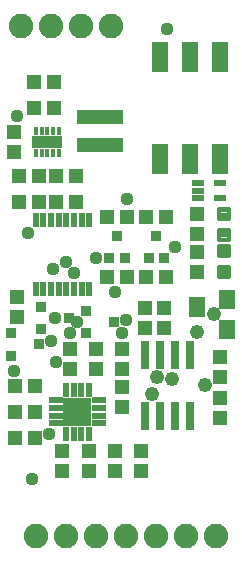
<source format=gts>
G75*
%MOIN*%
%OFA0B0*%
%FSLAX24Y24*%
%IPPOS*%
%LPD*%
%AMOC8*
5,1,8,0,0,1.08239X$1,22.5*
%
%ADD10R,0.0316X0.0946*%
%ADD11R,0.0474X0.0513*%
%ADD12R,0.0580X0.0330*%
%ADD13C,0.0820*%
%ADD14R,0.0525X0.1041*%
%ADD15R,0.0454X0.0218*%
%ADD16R,0.0218X0.0454*%
%ADD17R,0.0958X0.0958*%
%ADD18R,0.0200X0.0470*%
%ADD19R,0.0379X0.0379*%
%ADD20R,0.0395X0.0218*%
%ADD21R,0.0178X0.0277*%
%ADD22R,0.1025X0.0411*%
%ADD23R,0.1537X0.0466*%
%ADD24R,0.0513X0.0474*%
%ADD25C,0.0142*%
%ADD26R,0.0356X0.0356*%
%ADD27C,0.0437*%
%ADD28C,0.0480*%
D10*
X005350Y005251D03*
X005850Y005251D03*
X006350Y005251D03*
X006850Y005251D03*
X006850Y007299D03*
X006350Y007299D03*
X005850Y007299D03*
X005350Y007299D03*
D11*
X005350Y008190D03*
X005350Y008860D03*
X005390Y009900D03*
X005975Y008860D03*
X005975Y008190D03*
X006060Y009900D03*
X006060Y011900D03*
X005390Y011900D03*
X004739Y011900D03*
X004070Y011900D03*
X004086Y009900D03*
X004755Y009900D03*
X003060Y012400D03*
X002390Y012400D03*
X001810Y012400D03*
X001140Y012400D03*
X000975Y014065D03*
X000975Y014735D03*
X001015Y006275D03*
X001015Y005400D03*
X001015Y004525D03*
X001685Y004525D03*
X001685Y005400D03*
X001685Y006275D03*
X007850Y006565D03*
X007850Y007235D03*
X007850Y005860D03*
X007850Y005190D03*
D12*
X008100Y007990D03*
X008100Y008310D03*
X008100Y008990D03*
X008100Y009310D03*
X007100Y009060D03*
X007100Y008740D03*
D13*
X006725Y001250D03*
X005725Y001250D03*
X004725Y001250D03*
X003725Y001250D03*
X002725Y001250D03*
X001725Y001250D03*
X007725Y001250D03*
X004225Y018275D03*
X003225Y018275D03*
X002225Y018275D03*
X001225Y018275D03*
D14*
X005850Y017218D03*
X006850Y017218D03*
X007850Y017218D03*
X007850Y013832D03*
X006850Y013832D03*
X005850Y013832D03*
D15*
X003824Y005784D03*
X003824Y005528D03*
X003824Y005272D03*
X003824Y005016D03*
X002376Y005016D03*
X002376Y005272D03*
X002376Y005528D03*
X002376Y005784D03*
D16*
X002716Y006124D03*
X002972Y006124D03*
X003228Y006124D03*
X003484Y006124D03*
X003484Y004676D03*
X003228Y004676D03*
X002972Y004676D03*
X002716Y004676D03*
D17*
X003100Y005400D03*
D18*
X002984Y009501D03*
X003240Y009501D03*
X003496Y009501D03*
X002728Y009501D03*
X002472Y009501D03*
X002216Y009501D03*
X001960Y009501D03*
X001704Y009501D03*
X001704Y011799D03*
X001960Y011799D03*
X002216Y011799D03*
X002472Y011799D03*
X002728Y011799D03*
X002984Y011799D03*
X003240Y011799D03*
X003496Y011799D03*
D19*
X003399Y008774D03*
X003399Y008026D03*
X002801Y008525D03*
X001899Y008151D03*
X001801Y007650D03*
X001899Y008899D03*
X000899Y008024D03*
X000899Y007276D03*
X004301Y008400D03*
D20*
X007101Y012519D03*
X007101Y012775D03*
X007101Y013031D03*
X007849Y013031D03*
X007849Y012519D03*
D21*
X002494Y014026D03*
X002297Y014026D03*
X002100Y014026D03*
X001903Y014026D03*
X001706Y014026D03*
X001706Y014774D03*
X001903Y014774D03*
X002100Y014774D03*
X002297Y014774D03*
X002494Y014774D03*
D22*
X002100Y014400D03*
D23*
X003850Y014308D03*
X003850Y015242D03*
D24*
X003060Y013275D03*
X002390Y013275D03*
X001810Y013275D03*
X001140Y013275D03*
X001640Y015525D03*
X001640Y016400D03*
X002310Y016400D03*
X002310Y015525D03*
X001100Y009235D03*
X001100Y008565D03*
X002850Y007485D03*
X002850Y006815D03*
X003725Y006815D03*
X003725Y007485D03*
X004600Y007485D03*
X004600Y006815D03*
X004600Y006235D03*
X004600Y005565D03*
X004350Y004110D03*
X004350Y003440D03*
X003475Y003440D03*
X003475Y004110D03*
X002600Y004110D03*
X002600Y003440D03*
X005225Y003440D03*
X005225Y004110D03*
X007100Y010065D03*
X007100Y010735D03*
X007100Y011315D03*
X007100Y011985D03*
D25*
X007809Y011829D02*
X008141Y011829D01*
X007809Y011829D02*
X007809Y012161D01*
X008141Y012161D01*
X008141Y011829D01*
X008141Y011970D02*
X007809Y011970D01*
X007809Y012111D02*
X008141Y012111D01*
X008141Y011139D02*
X007809Y011139D01*
X007809Y011471D01*
X008141Y011471D01*
X008141Y011139D01*
X008141Y011280D02*
X007809Y011280D01*
X007809Y011421D02*
X008141Y011421D01*
X008141Y010911D02*
X007809Y010911D01*
X008141Y010911D02*
X008141Y010579D01*
X007809Y010579D01*
X007809Y010911D01*
X007809Y010720D02*
X008141Y010720D01*
X008141Y010861D02*
X007809Y010861D01*
X007809Y010221D02*
X008141Y010221D01*
X008141Y009889D01*
X007809Y009889D01*
X007809Y010221D01*
X007809Y010030D02*
X008141Y010030D01*
X008141Y010171D02*
X007809Y010171D01*
D26*
X005981Y010536D03*
X005725Y011264D03*
X005469Y010536D03*
X004677Y010536D03*
X004421Y011264D03*
X004165Y010536D03*
D27*
X001600Y003150D03*
X001685Y004525D03*
X002140Y004650D03*
X001685Y005400D03*
X001685Y006275D03*
X002375Y007062D03*
X002225Y007775D03*
X002350Y008525D03*
X002850Y008025D03*
X003100Y008400D03*
X002975Y010025D03*
X002725Y010400D03*
X002279Y010150D03*
X001450Y011350D03*
X002390Y013275D03*
X003060Y013275D03*
X003725Y010525D03*
X004350Y009400D03*
X004725Y008475D03*
X004600Y008025D03*
X003100Y005400D03*
X000975Y006775D03*
X004763Y012487D03*
X005850Y013832D03*
X006850Y013832D03*
X007850Y013832D03*
X006350Y010900D03*
X006100Y018150D03*
X001100Y015275D03*
D28*
X005600Y006000D03*
X005750Y006550D03*
X006250Y006500D03*
X007100Y008050D03*
X007650Y008650D03*
X007350Y006300D03*
M02*

</source>
